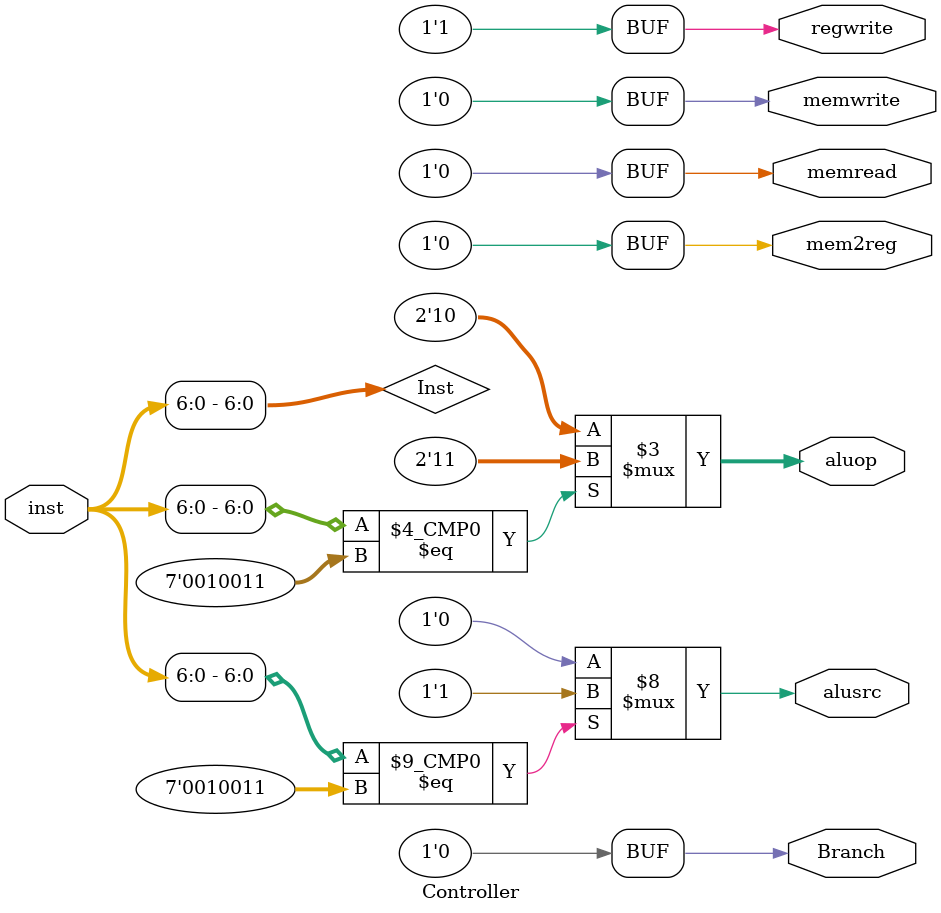
<source format=sv>
module Controller(inst,Branch,memread,memwrite,mem2reg,aluop,alusrc,regwrite);
input logic [31:0] inst;
output logic Branch,memread,memwrite,mem2reg,alusrc,regwrite;
output logic [1:0] aluop;

logic [6:0]Inst;
assign Inst=inst[6:0];

always_comb
begin
	case(Inst)
		7'b0010011: //I type
		begin
			Branch=1'b0;
			mem2reg=1'b0;
			memwrite=1'b0;
			memread=1'b0;
			alusrc=1'b1;
			regwrite=1'b1;
			aluop=2'b11;
		end
		default //R type
		begin
			Branch=1'b0;
			mem2reg=1'b0;
			memwrite=1'b0;
			memread=1'b0;
			alusrc=1'b0;
			regwrite=1'b1;
			aluop=2'b10;
		end
	endcase

end
endmodule

</source>
